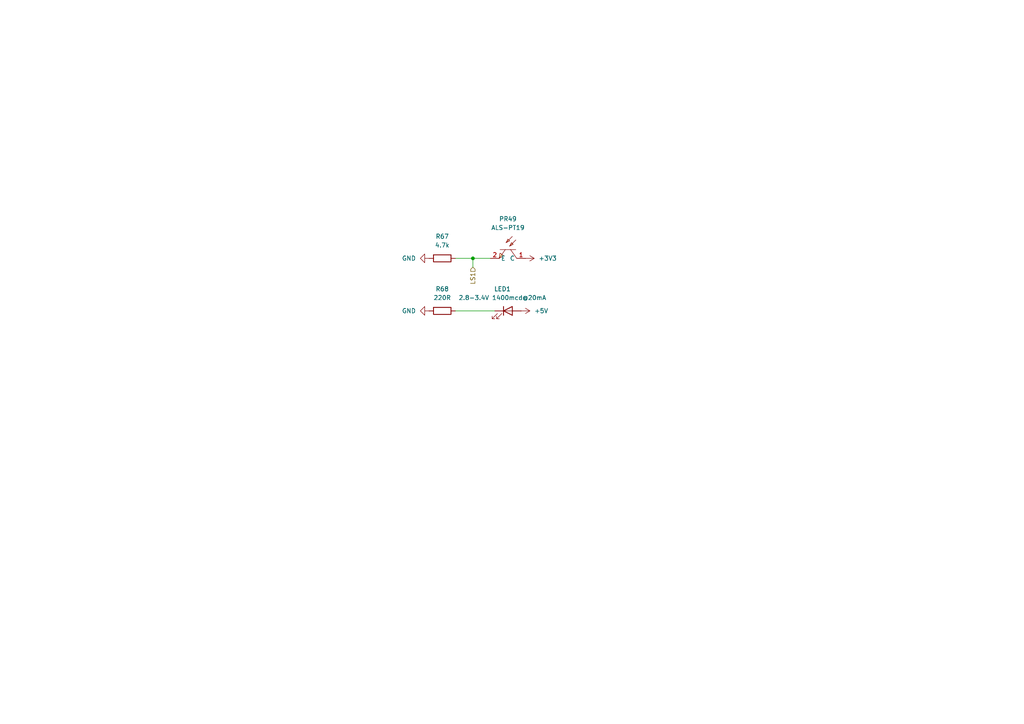
<source format=kicad_sch>
(kicad_sch (version 20231120) (generator "eeschema") (generator_version "8.0")
  (paper "A4")
  (lib_symbols
    (symbol "Device:LED" (pin_numbers hide) (pin_names (offset 1.016) hide)
      (property "Reference" "D" (at 0 2.54 0))
      (property "Value" "LED" (at 0 -2.54 0))
      (symbol "LED_0_1"
        (polyline (pts (xy -1.27 -1.27) (xy -1.27 1.27)) (stroke (width 0.254)))
        (polyline (pts (xy -1.27 0) (xy 1.27 0)))
        (polyline (pts (xy 1.27 -1.27) (xy 1.27 1.27) (xy -1.27 0) (xy 1.27 -1.27)) (stroke (width 0.254)))
        (polyline (pts (xy -3.048 -0.762) (xy -4.572 -2.286) (xy -3.81 -2.286) (xy -4.572 -2.286) (xy -4.572 -1.524)))
        (polyline (pts (xy -1.778 -0.762) (xy -3.302 -2.286) (xy -2.54 -2.286) (xy -3.302 -2.286) (xy -3.302 -1.524)))
      )
      (symbol "LED_1_1"
        (pin passive line (at -3.81 0 0) (length 2.54) (name "K") (number "1"))
        (pin passive line (at 3.81 0 180) (length 2.54) (name "A") (number "2"))
      )
    )
    (symbol "Device:R" (pin_numbers hide) (pin_names (offset 0))
      (property "Reference" "R" (at 2.032 0 90))
      (property "Value" "R" (at 0 0 90))
      (symbol "R_0_1"
        (rectangle (start -1.016 -2.54) (end 1.016 2.54) (stroke (width 0.254)))
      )
      (symbol "R_1_1"
        (pin passive line (at 0 3.81 270) (length 1.27) (name "~") (number "1"))
        (pin passive line (at 0 -3.81 90) (length 1.27) (name "~") (number "2"))
      )
    )
    (symbol "EasyEDA:ALS-PT19-315C_L177_TR8"
      (property "Reference" "R" (at 0 10.16 0))
      (property "Value" "ALS-PT19-315C/L177/TR8" (at 0 -10.16 0))
      (symbol "ALS-PT19-315C_L177_TR8_0_1"
        (polyline (pts (xy -5.08 1.27) (xy -3.3 -0.51)))
        (polyline (pts (xy -4.06 2.29) (xy -2.29 0.51)))
        (polyline (pts (xy -1.27 -0.76) (xy 1.27 -2.54)))
        (polyline (pts (xy -1.27 2.29) (xy -1.27 -2.29)))
        (polyline (pts (xy 1.27 2.54) (xy -1.27 0.76)))
        (polyline (pts (xy -3.3 -0.51) (xy -3.81 0.51) (xy -4.32 0) (xy -3.3 -0.51)) (fill (type background)))
        (polyline (pts (xy -2.29 0.51) (xy -2.79 1.52) (xy -3.3 1.02) (xy -2.29 0.51)) (fill (type background)))
        (polyline (pts (xy 1.27 -2.54) (xy 0.51 -1.27) (xy -0.25 -2.29) (xy 1.27 -2.54)) (fill (type background)))
        (pin input line (at 1.27 5.08 270) (length 2.54) (name "C") (number "1"))
        (pin input line (at 1.27 -5.08 90) (length 2.54) (name "E") (number "2"))
      )
    )
    (symbol "power:+3.3V" (power) (pin_numbers hide) (pin_names (offset 0) hide)
      (property "Value" "+3.3V" (at 0 3.556 0))
      (symbol "+3.3V_0_1"
        (polyline (pts (xy -0.762 1.27) (xy 0 2.54)))
        (polyline (pts (xy 0 0) (xy 0 2.54)))
        (polyline (pts (xy 0 2.54) (xy 0.762 1.27)))
      )
      (symbol "+3.3V_1_1"
        (pin power_in line (at 0 0 90) (length 0) (name "~") (number "1"))
      )
    )
    (symbol "power:+5V" (power) (pin_numbers hide) (pin_names (offset 0) hide)
      (property "Value" "+5V" (at 0 3.556 0))
      (symbol "+5V_0_1"
        (polyline (pts (xy -0.762 1.27) (xy 0 2.54)))
        (polyline (pts (xy 0 0) (xy 0 2.54)))
        (polyline (pts (xy 0 2.54) (xy 0.762 1.27)))
      )
      (symbol "+5V_1_1"
        (pin power_in line (at 0 0 90) (length 0) (name "~") (number "1"))
      )
    )
    (symbol "power:GND" (power) (pin_numbers hide) (pin_names (offset 0) hide)
      (property "Value" "GND" (at 0 -3.81 0))
      (symbol "GND_0_1"
        (polyline (pts (xy 0 0) (xy 0 -1.27) (xy 1.27 -1.27) (xy 0 -2.54) (xy -1.27 -1.27) (xy 0 -1.27)))
      )
      (symbol "GND_1_1"
        (pin power_in line (at 0 0 270) (length 0) (name "~") (number "1"))
      )
    )
  )
  (junction (at 137.16 74.93))
  (wire (pts (xy 137.16 77.47) (xy 137.16 74.93)))
  (wire (pts (xy 132.08 90.17) (xy 143.51 90.17)))
  (wire (pts (xy 132.08 74.93) (xy 137.16 74.93)))
  (wire (pts (xy 142.24 74.93) (xy 137.16 74.93)))
  (hierarchical_label "LS1" (shape input) (at 137.16 77.47 270))
  (symbol (lib_id "Device:R") (at 128.27 90.17 90) (mirror x) (unit 1)
    (property "Reference" "R68" (at 128.27 83.82 90))
    (property "Value" "220R" (at 128.27 86.36 90))
    (property "Footprint" "PCM_Resistor_SMD_AKL:R_0805_2012Metric_Pad1.15x1.40mm_HandSolder" (effects (hide yes)))
    (property "Description" "Resistor" (effects (hide yes)))
    (instances (project "pcb" (path "" (reference "R68") (unit 1)) (path "" (reference "R119") (unit 1)) (path "" (reference "R117") (unit 1))))
  )
  (symbol (lib_id "power:+3.3V") (at 152.4 74.93 270) (unit 1)
    (property "Reference" "#PWR0272" (effects (hide yes)))
    (property "Value" "+3V3" (at 156.21 74.9299 90) (effects (justify left)))
    (property "Description" "Power symbol creates a global label with name \"+3.3V\"" (effects (hide yes)))
    (instances (project "pcb" (path "" (reference "#PWR0272") (unit 1)) (path "" (reference "#PWR0280") (unit 1)) (path "" (reference "#PWR0276") (unit 1))))
  )
  (symbol (lib_id "power:GND") (at 124.46 90.17 270) (unit 1)
    (property "Reference" "#PWR0171" (effects (hide yes)))
    (property "Value" "GND" (at 120.65 90.1699 90) (effects (justify right)))
    (property "Description" "Power symbol creates a global label with name \"GND\" , ground" (effects (hide yes)))
    (instances (project "pcb" (path "" (reference "#PWR0171") (unit 1)) (path "" (reference "#PWR0278") (unit 1)) (path "" (reference "#PWR0274") (unit 1))))
  )
  (symbol (lib_id "Device:LED") (at 147.32 90.17 0) (unit 1)
    (property "Reference" "LED1" (at 145.7325 83.82 0))
    (property "Value" "2.8-3.4V 1400mcd@20mA" (at 145.7325 86.36 0))
    (property "Footprint" "Diode_SMD:D_0805_2012Metric_Pad1.15x1.40mm_HandSolder" (effects (hide yes)))
    (property "Description" "Light emitting diode" (effects (hide yes)))
    (instances (project "pcb" (path "" (reference "LED1") (unit 1)) (path "" (reference "LED50") (unit 1)) (path "" (reference "LED49") (unit 1))))
  )
  (symbol (lib_id "EasyEDA:ALS-PT19-315C_L177_TR8") (at 147.32 73.66 270) (unit 1)
    (property "Reference" "PR49" (at 147.32 63.5 90))
    (property "Value" "ALS-PT19" (at 147.32 66.04 90))
    (property "Footprint" "EasyEDA:SENSORS-SMD_ALS-PT19" (effects (hide yes)))
    (property "Datasheet" "https://lcsc.com/product-detail/Photoresistors_ALS-PT19-315C-L177-TR8_C146233.html" (effects (hide yes)))
    (property "LCSC Part" "C146233" (effects (hide yes)))
    (instances (project "pcb" (path "" (reference "PR49") (unit 1)) (path "" (reference "PR51") (unit 1)) (path "" (reference "PR50") (unit 1))))
  )
  (symbol (lib_id "power:+5V") (at 151.13 90.17 270) (unit 1)
    (property "Reference" "#PWR0179" (effects (hide yes)))
    (property "Value" "+5V" (at 154.94 90.1699 90) (effects (justify left)))
    (property "Description" "Power symbol creates a global label with name \"+5V\"" (effects (hide yes)))
    (instances (project "pcb" (path "" (reference "#PWR0179") (unit 1)) (path "" (reference "#PWR0279") (unit 1)) (path "" (reference "#PWR0275") (unit 1))))
  )
  (symbol (lib_id "Device:R") (at 128.27 74.93 270) (unit 1)
    (property "Reference" "R67" (at 128.27 68.58 90))
    (property "Value" "4.7k" (at 128.27 71.12 90))
    (property "Footprint" "PCM_Resistor_SMD_AKL:R_0805_2012Metric_Pad1.15x1.40mm_HandSolder" (effects (hide yes)))
    (property "Description" "Resistor" (effects (hide yes)))
    (instances (project "pcb" (path "" (reference "R67") (unit 1)) (path "" (reference "R118") (unit 1)) (path "" (reference "R116") (unit 1))))
  )
  (symbol (lib_id "power:GND") (at 124.46 74.93 270) (unit 1)
    (property "Reference" "#PWR0271" (effects (hide yes)))
    (property "Value" "GND" (at 120.65 74.9301 90) (effects (justify right)))
    (property "Description" "Power symbol creates a global label with name \"GND\" , ground" (effects (hide yes)))
    (instances (project "pcb" (path "" (reference "#PWR0271") (unit 1)) (path "" (reference "#PWR0277") (unit 1)) (path "" (reference "#PWR0273") (unit 1))))
  )
)
</source>
